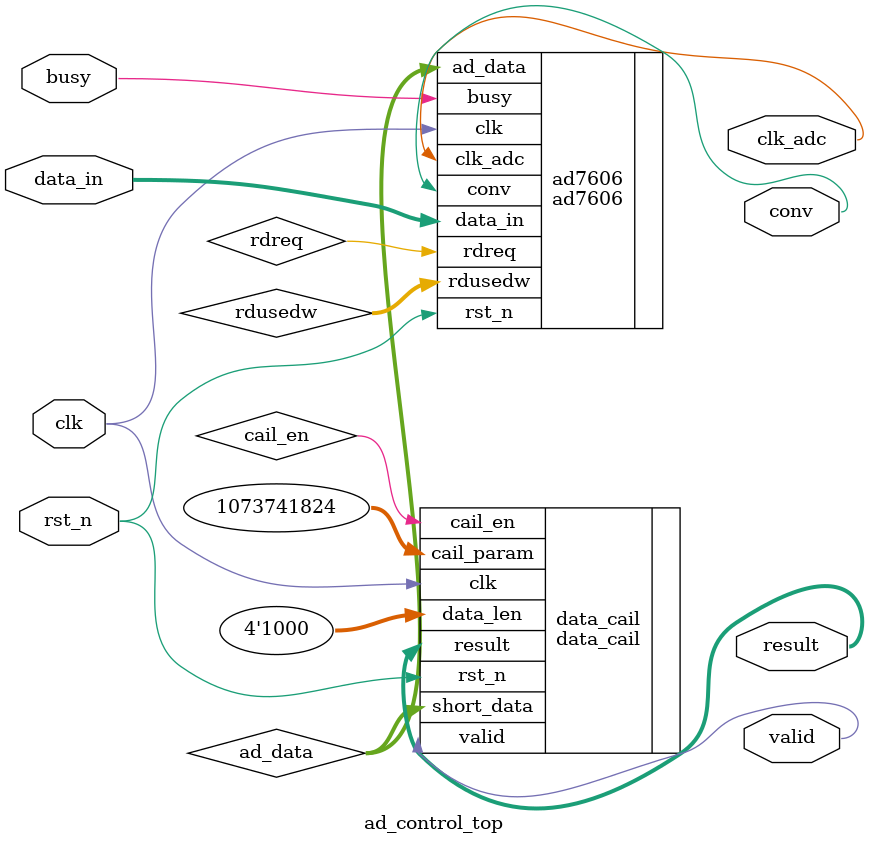
<source format=v>
module ad_control_top(
	input clk,
	input rst_n,
	
	input [15:0]data_in,
	
	input  busy,
	output clk_adc,
	output conv,
	
	output valid,
	output [31:0]result
);

	localparam DATA_LEN = 4'd8;

	reg        rdreq;
	wire [15:0] ad_data;
	wire [5:0]  rdusedw;

	reg        cail_en;

	reg  [31:0] cail_param; //校准参数
	
	reg  [3:0]       rd_cnt;
	
	reg   read_state;

	//计算信号 启动计算
//	assign cail_en = (rdusedw >= DATA_LEN) ? 1'b1 : 1'b0;
//	assign rdreq   = (rd_cnt != 4'd0) ? 1'b1 : 1'b0;
	
	//8 tick
	always @(posedge clk or negedge rst_n)begin
		if(!rst_n)
			rd_cnt <= 4'd0;
		else if(rdusedw >= DATA_LEN)
			read_state <= 1'b1;
		else if(rd_cnt == 7)
			read_state <= 1'b0;
		else
			read_state <= read_state;
	end
	
	always @(posedge clk or negedge rst_n)begin
		if(!rst_n)
			rd_cnt <= 4'd0;
		else if(read_state)
			rd_cnt <= rd_cnt + 1'b1;
		else
			rd_cnt <= 'd0;
	end
	
//	always @(posedge clk or negedge rst_n)begin
//		if(!rst_n)
//			rdreq <= 1'b0;
//		else if(rd_cnt != 4'd0)
//			rdreq <= 1;
//		else 
//			rdreq <= 0;
//	end

//ad例化
ad7606 ad7606(
	.clk(clk),
	.rst_n(rst_n),
	.busy(busy),

	.data_in(data_in),
	
	.clk_adc(clk_adc),
	.conv(conv),
	
	.rdreq(rdreq),
	.ad_data(ad_data),
	.rdusedw(rdusedw)
);

data_cail data_cail(
	.clk(clk),
	.rst_n(rst_n),
		
	.cail_en(cail_en),
	.short_data(ad_data),
	.data_len(DATA_LEN),
		
	.valid(valid),
		
	.cail_param(32'h40000000),
	.result(result)
);

endmodule

</source>
